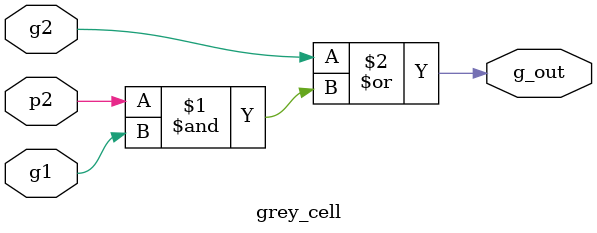
<source format=v>
module prefix_adder_32 #( //Time delay for this one is (t = O(2log(n)-1))
    parameter w = 32 )(
    input [w-1: 0] a, b, 
    input cin,
    output [w-1 : 0] sum,
    output cout
);
    wire [w-1: 0] g, p;
    assign g = a&b; //generate 
    assign p = a^b; //propogate

    wire [w:0] c; //carry
    assign c[0] = cin; 

    //Black-cell implementation for 32-bit in 5 stages
    wire [w-1:0] g1,p1,g2,p2,g3,p3,g4,p4,g5,p5;
    genvar i;
    generate 
        //stage 1
        for(i = 1; i<w; i=i+2) begin
            black_cell ins1(g[i], p[i], g[i-1], p[i-1], g1[i], p1[i]);
        end
        //stage 2
        for(i = 3; i<w; i=i+4) begin
            black_cell ins2(g1[i], p1[i], g1[i-2], p1[i-2], g2[i], p2[i]);
        end
        //stage 3
        for(i = 7; i<w; i=i+8) begin
            black_cell ins3(g2[i], p2[i], g2[i-4], p2[i-4], g3[i], p3[i]);
        end
        //stage 4
        for(i = 15; i<w; i=i+16)begin
            black_cell ins4(g3[i], p3[i], g3[i-8], p3[i-8], g4[i], p4[i]);
        end
        //stage 5 
        for(i = 31; i<w; i=i+32)begin
            black_cell ins5(g4[i], p4[i], g4[i-16], p4[i-16], g5[i], p5[i]);
        end
    endgenerate

    //grey-cell implementation in 6 stages for 32-bit for essential cells
    grey_cell gc1(g[0], p[0], c[0], c[1]); //stage 1 for 0 bit
    grey_cell gc2(g1[1], p1[1], c[0], c[2]); //stage 2 for 2 bit
    grey_cell gc3(g2[3], p2[3], c[0], c[4]); //stage 3 for 4 bit
    grey_cell gc4(g3[7], p3[7], c[0], c[8]); //stage 4 for 8 bit
    grey_cell gc5(g4[15], p4[15], c[0], c[16]); //stage 5 for 16 bit
    grey_cell gc6(g5[31], p5[31], c[0], c[32]); //stage 6 for 32 bit

    //non-essential carry cells implementation derived from the previous carry
    genvar j;
    generate
        for(j = 1; j<w; j=j+1) begin//for c[3]
            if((j!=1) && (j!=3) && (j!=7) && (j!=15) && (j!=31))
                grey_cell gc7(g[j], p[j], c[j], c[j+1]);
        end
    endgenerate

    assign sum = p ^ c[w-1 : 0];
    assign cout = c[w];
endmodule

/*Implementation of Brent kung architecture for prefix-adder because this has less wiring congestion and is easy to synthesis.
compared to other architecture as they have high wiring but the performance is great as well on other architecture. 
other architectures such as kogge-stone or Han-Carlson. Other models are fan-out heavy models comapred to this one*/

module black_cell ( //also known as reduction block
    input g2, p2, g1, p1,
    output g_out, p_out
);
    assign g_out = g2 | (p2 & g1);
    assign p_out = p2 & p1;
    
endmodule

module grey_cell ( //also known as expansion block
    input g2, p2, g1,
    output g_out
);
    assign g_out = g2 | (p2 & g1);
    
endmodule


</source>
